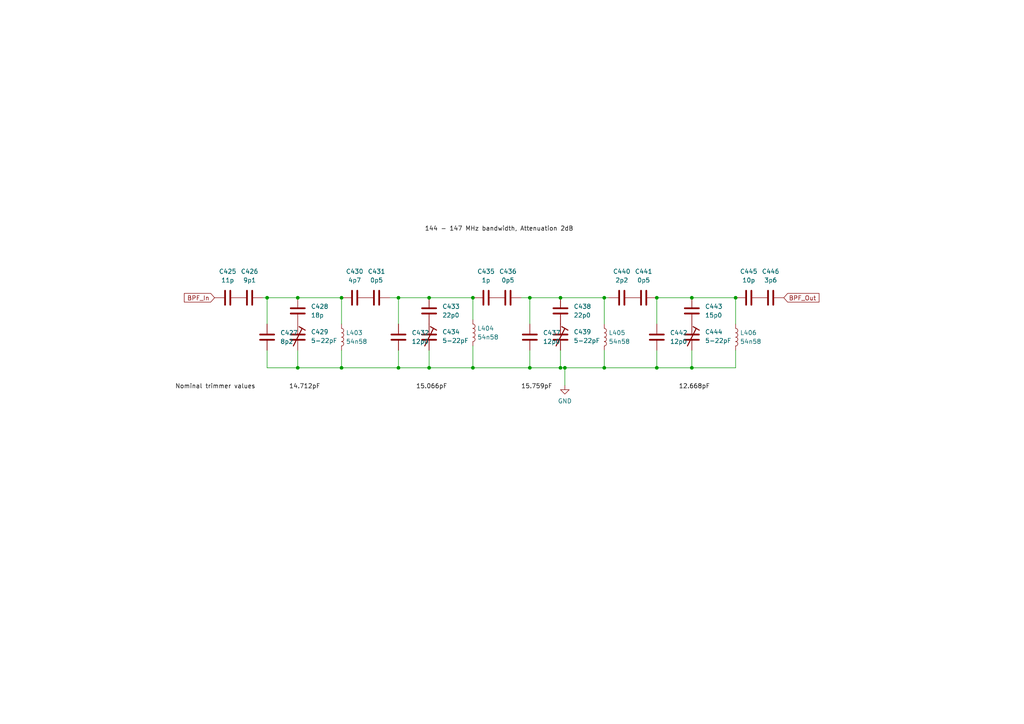
<source format=kicad_sch>
(kicad_sch (version 20211123) (generator eeschema)

  (uuid 01a87e63-4031-4301-a6ed-cbf24ac2c3d6)

  (paper "A4")

  (lib_symbols
    (symbol "Device:C" (pin_numbers hide) (pin_names (offset 0.254)) (in_bom yes) (on_board yes)
      (property "Reference" "C" (id 0) (at 0.635 2.54 0)
        (effects (font (size 1.27 1.27)) (justify left))
      )
      (property "Value" "C" (id 1) (at 0.635 -2.54 0)
        (effects (font (size 1.27 1.27)) (justify left))
      )
      (property "Footprint" "" (id 2) (at 0.9652 -3.81 0)
        (effects (font (size 1.27 1.27)) hide)
      )
      (property "Datasheet" "~" (id 3) (at 0 0 0)
        (effects (font (size 1.27 1.27)) hide)
      )
      (property "ki_keywords" "cap capacitor" (id 4) (at 0 0 0)
        (effects (font (size 1.27 1.27)) hide)
      )
      (property "ki_description" "Unpolarized capacitor" (id 5) (at 0 0 0)
        (effects (font (size 1.27 1.27)) hide)
      )
      (property "ki_fp_filters" "C_*" (id 6) (at 0 0 0)
        (effects (font (size 1.27 1.27)) hide)
      )
      (symbol "C_0_1"
        (polyline
          (pts
            (xy -2.032 -0.762)
            (xy 2.032 -0.762)
          )
          (stroke (width 0.508) (type default) (color 0 0 0 0))
          (fill (type none))
        )
        (polyline
          (pts
            (xy -2.032 0.762)
            (xy 2.032 0.762)
          )
          (stroke (width 0.508) (type default) (color 0 0 0 0))
          (fill (type none))
        )
      )
      (symbol "C_1_1"
        (pin passive line (at 0 3.81 270) (length 2.794)
          (name "~" (effects (font (size 1.27 1.27))))
          (number "1" (effects (font (size 1.27 1.27))))
        )
        (pin passive line (at 0 -3.81 90) (length 2.794)
          (name "~" (effects (font (size 1.27 1.27))))
          (number "2" (effects (font (size 1.27 1.27))))
        )
      )
    )
    (symbol "Device:C_Trim" (pin_numbers hide) (pin_names (offset 0.254) hide) (in_bom yes) (on_board yes)
      (property "Reference" "C" (id 0) (at 1.524 -2.032 0)
        (effects (font (size 1.27 1.27)))
      )
      (property "Value" "C_Trim" (id 1) (at 3.048 -3.556 0)
        (effects (font (size 1.27 1.27)))
      )
      (property "Footprint" "" (id 2) (at 0 0 0)
        (effects (font (size 1.27 1.27)) hide)
      )
      (property "Datasheet" "~" (id 3) (at 0 0 0)
        (effects (font (size 1.27 1.27)) hide)
      )
      (property "ki_keywords" "trimmer variable capacitor" (id 4) (at 0 0 0)
        (effects (font (size 1.27 1.27)) hide)
      )
      (property "ki_description" "Trimmable capacitor" (id 5) (at 0 0 0)
        (effects (font (size 1.27 1.27)) hide)
      )
      (symbol "C_Trim_0_1"
        (polyline
          (pts
            (xy -2.032 -0.762)
            (xy 2.032 -0.762)
          )
          (stroke (width 0.508) (type default) (color 0 0 0 0))
          (fill (type none))
        )
        (polyline
          (pts
            (xy -2.032 0.762)
            (xy 2.032 0.762)
          )
          (stroke (width 0.508) (type default) (color 0 0 0 0))
          (fill (type none))
        )
        (polyline
          (pts
            (xy 1.27 2.54)
            (xy -1.27 -2.54)
          )
          (stroke (width 0.3048) (type default) (color 0 0 0 0))
          (fill (type none))
        )
        (polyline
          (pts
            (xy 1.27 2.54)
            (xy 0.381 3.048)
          )
          (stroke (width 0.3048) (type default) (color 0 0 0 0))
          (fill (type none))
        )
        (polyline
          (pts
            (xy 1.27 2.54)
            (xy 2.159 2.032)
          )
          (stroke (width 0.3048) (type default) (color 0 0 0 0))
          (fill (type none))
        )
      )
      (symbol "C_Trim_1_1"
        (pin passive line (at 0 3.81 270) (length 3.048)
          (name "~" (effects (font (size 1.27 1.27))))
          (number "1" (effects (font (size 1.27 1.27))))
        )
        (pin passive line (at 0 -3.81 90) (length 3.048)
          (name "~" (effects (font (size 1.27 1.27))))
          (number "2" (effects (font (size 1.27 1.27))))
        )
      )
    )
    (symbol "Device:L" (pin_numbers hide) (pin_names (offset 1.016) hide) (in_bom yes) (on_board yes)
      (property "Reference" "L" (id 0) (at -1.27 0 90)
        (effects (font (size 1.27 1.27)))
      )
      (property "Value" "L" (id 1) (at 1.905 0 90)
        (effects (font (size 1.27 1.27)))
      )
      (property "Footprint" "" (id 2) (at 0 0 0)
        (effects (font (size 1.27 1.27)) hide)
      )
      (property "Datasheet" "~" (id 3) (at 0 0 0)
        (effects (font (size 1.27 1.27)) hide)
      )
      (property "ki_keywords" "inductor choke coil reactor magnetic" (id 4) (at 0 0 0)
        (effects (font (size 1.27 1.27)) hide)
      )
      (property "ki_description" "Inductor" (id 5) (at 0 0 0)
        (effects (font (size 1.27 1.27)) hide)
      )
      (property "ki_fp_filters" "Choke_* *Coil* Inductor_* L_*" (id 6) (at 0 0 0)
        (effects (font (size 1.27 1.27)) hide)
      )
      (symbol "L_0_1"
        (arc (start 0 -2.54) (mid 0.635 -1.905) (end 0 -1.27)
          (stroke (width 0) (type default) (color 0 0 0 0))
          (fill (type none))
        )
        (arc (start 0 -1.27) (mid 0.635 -0.635) (end 0 0)
          (stroke (width 0) (type default) (color 0 0 0 0))
          (fill (type none))
        )
        (arc (start 0 0) (mid 0.635 0.635) (end 0 1.27)
          (stroke (width 0) (type default) (color 0 0 0 0))
          (fill (type none))
        )
        (arc (start 0 1.27) (mid 0.635 1.905) (end 0 2.54)
          (stroke (width 0) (type default) (color 0 0 0 0))
          (fill (type none))
        )
      )
      (symbol "L_1_1"
        (pin passive line (at 0 3.81 270) (length 1.27)
          (name "1" (effects (font (size 1.27 1.27))))
          (number "1" (effects (font (size 1.27 1.27))))
        )
        (pin passive line (at 0 -3.81 90) (length 1.27)
          (name "2" (effects (font (size 1.27 1.27))))
          (number "2" (effects (font (size 1.27 1.27))))
        )
      )
    )
    (symbol "power:GND" (power) (pin_names (offset 0)) (in_bom yes) (on_board yes)
      (property "Reference" "#PWR" (id 0) (at 0 -6.35 0)
        (effects (font (size 1.27 1.27)) hide)
      )
      (property "Value" "GND" (id 1) (at 0 -3.81 0)
        (effects (font (size 1.27 1.27)))
      )
      (property "Footprint" "" (id 2) (at 0 0 0)
        (effects (font (size 1.27 1.27)) hide)
      )
      (property "Datasheet" "" (id 3) (at 0 0 0)
        (effects (font (size 1.27 1.27)) hide)
      )
      (property "ki_keywords" "power-flag" (id 4) (at 0 0 0)
        (effects (font (size 1.27 1.27)) hide)
      )
      (property "ki_description" "Power symbol creates a global label with name \"GND\" , ground" (id 5) (at 0 0 0)
        (effects (font (size 1.27 1.27)) hide)
      )
      (symbol "GND_0_1"
        (polyline
          (pts
            (xy 0 0)
            (xy 0 -1.27)
            (xy 1.27 -1.27)
            (xy 0 -2.54)
            (xy -1.27 -1.27)
            (xy 0 -1.27)
          )
          (stroke (width 0) (type default) (color 0 0 0 0))
          (fill (type none))
        )
      )
      (symbol "GND_1_1"
        (pin power_in line (at 0 0 270) (length 0) hide
          (name "GND" (effects (font (size 1.27 1.27))))
          (number "1" (effects (font (size 1.27 1.27))))
        )
      )
    )
  )

  (junction (at 153.67 86.36) (diameter 0) (color 0 0 0 0)
    (uuid 03f3838e-f66d-4b7d-a51d-a45b3733c751)
  )
  (junction (at 115.57 86.36) (diameter 0) (color 0 0 0 0)
    (uuid 09c5b1ba-0e30-4ecb-b41b-1f34f786992f)
  )
  (junction (at 190.5 106.68) (diameter 0) (color 0 0 0 0)
    (uuid 11859d94-43ae-4bf1-b22d-3bd62d153b8d)
  )
  (junction (at 175.26 106.68) (diameter 0) (color 0 0 0 0)
    (uuid 1c84a632-3812-4cc4-9dc6-a99d34009c84)
  )
  (junction (at 153.67 106.68) (diameter 0) (color 0 0 0 0)
    (uuid 1da226c4-ec0c-4fc5-a455-65520b699a1e)
  )
  (junction (at 190.5 86.36) (diameter 0) (color 0 0 0 0)
    (uuid 1f42f4f6-66dc-46bf-b377-bcc81580564b)
  )
  (junction (at 200.66 106.68) (diameter 0) (color 0 0 0 0)
    (uuid 2cb3a319-64ae-4131-a50f-f059622e9ed0)
  )
  (junction (at 163.83 106.68) (diameter 0) (color 0 0 0 0)
    (uuid 30181f45-0f1b-4935-9365-5616d840590a)
  )
  (junction (at 137.16 86.36) (diameter 0) (color 0 0 0 0)
    (uuid 3079ba30-c72e-449e-839f-e566600efcf4)
  )
  (junction (at 86.36 106.68) (diameter 0) (color 0 0 0 0)
    (uuid 38519005-7ca0-44f0-9b26-62584ebdd224)
  )
  (junction (at 115.57 106.68) (diameter 0) (color 0 0 0 0)
    (uuid 43e5a305-4560-43ed-8f52-84cc5b77d2f5)
  )
  (junction (at 99.06 86.36) (diameter 0) (color 0 0 0 0)
    (uuid 7a8b9602-144a-456e-b071-dedeca6630e0)
  )
  (junction (at 99.06 106.68) (diameter 0) (color 0 0 0 0)
    (uuid 7ca3c267-9614-44d3-9e3a-70720a3f7453)
  )
  (junction (at 86.36 86.36) (diameter 0) (color 0 0 0 0)
    (uuid 85ecba52-b957-41e1-94ac-77104c6137ab)
  )
  (junction (at 162.56 86.36) (diameter 0) (color 0 0 0 0)
    (uuid 9aa2d3d4-b119-4d84-a116-c0a6f0b82679)
  )
  (junction (at 200.66 86.36) (diameter 0) (color 0 0 0 0)
    (uuid 9b662d8a-0d18-4d5e-aef8-157b9d125810)
  )
  (junction (at 137.16 106.68) (diameter 0) (color 0 0 0 0)
    (uuid ba42d2d6-895c-44b2-8c3d-341bfc8b747d)
  )
  (junction (at 124.46 106.68) (diameter 0) (color 0 0 0 0)
    (uuid bc13371f-9202-48c8-8e0a-f90c275de40b)
  )
  (junction (at 77.47 86.36) (diameter 0) (color 0 0 0 0)
    (uuid cb9462c2-bd0d-492b-b2dc-8a2dd553db57)
  )
  (junction (at 175.26 86.36) (diameter 0) (color 0 0 0 0)
    (uuid ccdcd5ca-a723-4169-9568-dded1075dd77)
  )
  (junction (at 213.36 86.36) (diameter 0) (color 0 0 0 0)
    (uuid db6af3bf-0a13-458a-b869-18de461e6f04)
  )
  (junction (at 124.46 86.36) (diameter 0) (color 0 0 0 0)
    (uuid e04186d8-3e2d-4508-95b4-5e3cbffab03a)
  )
  (junction (at 162.56 106.68) (diameter 0) (color 0 0 0 0)
    (uuid e29bcc2b-0657-4697-b806-495f070e3f38)
  )

  (wire (pts (xy 162.56 106.68) (xy 163.83 106.68))
    (stroke (width 0) (type default) (color 0 0 0 0))
    (uuid 0497610c-fee2-48d4-a02b-41d344fd08ba)
  )
  (wire (pts (xy 99.06 86.36) (xy 99.06 93.98))
    (stroke (width 0) (type default) (color 0 0 0 0))
    (uuid 057732d3-6422-4459-b365-9eaf9f12da54)
  )
  (wire (pts (xy 113.03 86.36) (xy 115.57 86.36))
    (stroke (width 0) (type default) (color 0 0 0 0))
    (uuid 08a49382-a45c-4941-99ef-0f4a9a5fa0b5)
  )
  (wire (pts (xy 115.57 86.36) (xy 124.46 86.36))
    (stroke (width 0) (type default) (color 0 0 0 0))
    (uuid 094b3596-e992-435e-935a-afd306533286)
  )
  (wire (pts (xy 190.5 86.36) (xy 190.5 93.98))
    (stroke (width 0) (type default) (color 0 0 0 0))
    (uuid 14ded754-7a06-484f-a51c-d5211e7547f6)
  )
  (wire (pts (xy 162.56 86.36) (xy 175.26 86.36))
    (stroke (width 0) (type default) (color 0 0 0 0))
    (uuid 2a26af12-3c0d-4d76-8ef5-f50ed509c2b3)
  )
  (wire (pts (xy 115.57 106.68) (xy 124.46 106.68))
    (stroke (width 0) (type default) (color 0 0 0 0))
    (uuid 2a9776ef-1b6a-43b7-990c-7a0640597aec)
  )
  (wire (pts (xy 190.5 86.36) (xy 200.66 86.36))
    (stroke (width 0) (type default) (color 0 0 0 0))
    (uuid 3820a58e-d85a-4096-aa9f-e94afd7e4bc4)
  )
  (wire (pts (xy 162.56 101.6) (xy 162.56 106.68))
    (stroke (width 0) (type default) (color 0 0 0 0))
    (uuid 392e7ff8-fcbc-4eee-912f-dd009d3d225e)
  )
  (wire (pts (xy 76.2 86.36) (xy 77.47 86.36))
    (stroke (width 0) (type default) (color 0 0 0 0))
    (uuid 395c01ef-25bf-4381-a4aa-39671e8e2524)
  )
  (wire (pts (xy 153.67 86.36) (xy 153.67 93.98))
    (stroke (width 0) (type default) (color 0 0 0 0))
    (uuid 450e2721-6dd8-4fcc-8be9-13c316090a96)
  )
  (wire (pts (xy 86.36 101.6) (xy 86.36 106.68))
    (stroke (width 0) (type default) (color 0 0 0 0))
    (uuid 4664142d-9454-486d-adf4-14b928f7b5cf)
  )
  (wire (pts (xy 77.47 86.36) (xy 77.47 93.98))
    (stroke (width 0) (type default) (color 0 0 0 0))
    (uuid 50d0917b-7627-4d5d-b7b2-f169eeda40a4)
  )
  (wire (pts (xy 213.36 101.6) (xy 213.36 106.68))
    (stroke (width 0) (type default) (color 0 0 0 0))
    (uuid 50dcee10-a6c3-428e-8599-04b39d41d536)
  )
  (wire (pts (xy 77.47 86.36) (xy 86.36 86.36))
    (stroke (width 0) (type default) (color 0 0 0 0))
    (uuid 531d02e7-c21c-4f7d-bd09-19d675a56e41)
  )
  (wire (pts (xy 137.16 106.68) (xy 153.67 106.68))
    (stroke (width 0) (type default) (color 0 0 0 0))
    (uuid 59177c5f-1d4f-463a-aabe-62734771b90a)
  )
  (wire (pts (xy 115.57 101.6) (xy 115.57 106.68))
    (stroke (width 0) (type default) (color 0 0 0 0))
    (uuid 5c21a00b-6467-4d8e-96d6-17bcd5c17ff9)
  )
  (wire (pts (xy 106.68 86.36) (xy 105.41 86.36))
    (stroke (width 0) (type default) (color 0 0 0 0))
    (uuid 5d42d76b-051e-4a8e-9b7f-3fca144f0785)
  )
  (wire (pts (xy 99.06 101.6) (xy 99.06 106.68))
    (stroke (width 0) (type default) (color 0 0 0 0))
    (uuid 5f6ae482-c619-4183-b000-6b1cf8d461de)
  )
  (wire (pts (xy 184.15 86.36) (xy 182.88 86.36))
    (stroke (width 0) (type default) (color 0 0 0 0))
    (uuid 63246167-a898-402f-a832-f4421c51d003)
  )
  (wire (pts (xy 137.16 86.36) (xy 137.16 92.71))
    (stroke (width 0) (type default) (color 0 0 0 0))
    (uuid 703dff7c-a9ce-442c-b0fd-07700c6f19b0)
  )
  (wire (pts (xy 115.57 86.36) (xy 115.57 93.98))
    (stroke (width 0) (type default) (color 0 0 0 0))
    (uuid 708709af-b30e-4016-9fbd-46aa7407b13f)
  )
  (wire (pts (xy 151.13 86.36) (xy 153.67 86.36))
    (stroke (width 0) (type default) (color 0 0 0 0))
    (uuid 7165c031-f726-415d-b9b7-51aae036caa8)
  )
  (wire (pts (xy 163.83 106.68) (xy 163.83 111.76))
    (stroke (width 0) (type default) (color 0 0 0 0))
    (uuid 7fbff905-c6fb-4da7-ae66-3c462d70c51c)
  )
  (wire (pts (xy 175.26 106.68) (xy 190.5 106.68))
    (stroke (width 0) (type default) (color 0 0 0 0))
    (uuid 83946a0c-f1a7-4a9b-9244-59c246ea3dc9)
  )
  (wire (pts (xy 175.26 86.36) (xy 175.26 93.98))
    (stroke (width 0) (type default) (color 0 0 0 0))
    (uuid 8eebf783-2c32-40c3-b86e-176a7213d84a)
  )
  (wire (pts (xy 220.98 86.36) (xy 219.71 86.36))
    (stroke (width 0) (type default) (color 0 0 0 0))
    (uuid 90f1049f-0cf1-4ef6-9ac1-b0990ed29cde)
  )
  (wire (pts (xy 153.67 101.6) (xy 153.67 106.68))
    (stroke (width 0) (type default) (color 0 0 0 0))
    (uuid 9eacb9f0-d4f4-40b6-a1d6-450b598b09cd)
  )
  (wire (pts (xy 200.66 101.6) (xy 200.66 106.68))
    (stroke (width 0) (type default) (color 0 0 0 0))
    (uuid a2f0153d-0e83-4299-b627-015cd081b790)
  )
  (wire (pts (xy 124.46 86.36) (xy 137.16 86.36))
    (stroke (width 0) (type default) (color 0 0 0 0))
    (uuid a63e56dd-4e23-4e99-96b4-aefb0357088f)
  )
  (wire (pts (xy 69.85 86.36) (xy 68.58 86.36))
    (stroke (width 0) (type default) (color 0 0 0 0))
    (uuid a8bf8aff-21b7-4137-afe5-0c5b33f7d253)
  )
  (wire (pts (xy 175.26 106.68) (xy 175.26 101.6))
    (stroke (width 0) (type default) (color 0 0 0 0))
    (uuid abe6bfa7-d893-4cb4-908a-4ca19592c4a0)
  )
  (wire (pts (xy 190.5 101.6) (xy 190.5 106.68))
    (stroke (width 0) (type default) (color 0 0 0 0))
    (uuid ac3eb248-f907-46c0-9bca-68cf7bdbc826)
  )
  (wire (pts (xy 163.83 106.68) (xy 175.26 106.68))
    (stroke (width 0) (type default) (color 0 0 0 0))
    (uuid b52e7c44-e83c-461e-b846-26e0d66099ba)
  )
  (wire (pts (xy 190.5 106.68) (xy 200.66 106.68))
    (stroke (width 0) (type default) (color 0 0 0 0))
    (uuid bcedc47b-b6be-474e-bffe-dd76b8949f81)
  )
  (wire (pts (xy 124.46 106.68) (xy 137.16 106.68))
    (stroke (width 0) (type default) (color 0 0 0 0))
    (uuid c0717cf0-4abd-4708-870e-dac0c22fc414)
  )
  (wire (pts (xy 153.67 106.68) (xy 162.56 106.68))
    (stroke (width 0) (type default) (color 0 0 0 0))
    (uuid c6a237b6-7920-4cab-9a9d-8bb59dc67326)
  )
  (wire (pts (xy 77.47 101.6) (xy 77.47 106.68))
    (stroke (width 0) (type default) (color 0 0 0 0))
    (uuid c8147fce-b105-465a-9d87-2b19483d37f2)
  )
  (wire (pts (xy 144.78 86.36) (xy 143.51 86.36))
    (stroke (width 0) (type default) (color 0 0 0 0))
    (uuid c88c9048-0b08-4075-93d3-ca65c9ab9bec)
  )
  (wire (pts (xy 99.06 106.68) (xy 115.57 106.68))
    (stroke (width 0) (type default) (color 0 0 0 0))
    (uuid cb0bd9b6-bd13-4512-87eb-9650ace6f641)
  )
  (wire (pts (xy 86.36 86.36) (xy 99.06 86.36))
    (stroke (width 0) (type default) (color 0 0 0 0))
    (uuid ce559c0a-2b97-486e-9e6a-40dd3991e649)
  )
  (wire (pts (xy 213.36 86.36) (xy 200.66 86.36))
    (stroke (width 0) (type default) (color 0 0 0 0))
    (uuid d5c3cc26-2a6d-4b3b-a391-d64967ae6e35)
  )
  (wire (pts (xy 200.66 106.68) (xy 213.36 106.68))
    (stroke (width 0) (type default) (color 0 0 0 0))
    (uuid e52ee149-92c4-47bd-8231-79a98774f078)
  )
  (wire (pts (xy 137.16 106.68) (xy 137.16 100.33))
    (stroke (width 0) (type default) (color 0 0 0 0))
    (uuid ebc88a92-ec2f-4c1c-b141-6ee16db975b8)
  )
  (wire (pts (xy 175.26 86.36) (xy 176.53 86.36))
    (stroke (width 0) (type default) (color 0 0 0 0))
    (uuid ed33d70c-b3e7-4503-971d-c2c960030b98)
  )
  (wire (pts (xy 86.36 106.68) (xy 99.06 106.68))
    (stroke (width 0) (type default) (color 0 0 0 0))
    (uuid ef7b7508-8d5f-4692-83bd-204cae48f9e7)
  )
  (wire (pts (xy 213.36 93.98) (xy 213.36 86.36))
    (stroke (width 0) (type default) (color 0 0 0 0))
    (uuid f13854da-5383-430d-b313-12cacd19ce1c)
  )
  (wire (pts (xy 77.47 106.68) (xy 86.36 106.68))
    (stroke (width 0) (type default) (color 0 0 0 0))
    (uuid f521f401-2dcb-4f49-9daa-a954de0d0646)
  )
  (wire (pts (xy 124.46 101.6) (xy 124.46 106.68))
    (stroke (width 0) (type default) (color 0 0 0 0))
    (uuid fde2f22d-e747-478c-8e45-0d891979f89e)
  )
  (wire (pts (xy 153.67 86.36) (xy 162.56 86.36))
    (stroke (width 0) (type default) (color 0 0 0 0))
    (uuid ffa1221f-d1dd-48e5-9718-2ca822c3ad56)
  )

  (label "15.759pF" (at 151.13 113.03 0)
    (effects (font (size 1.27 1.27)) (justify left bottom))
    (uuid 1c2aab80-d956-496e-ba6a-6aebcd1a059c)
  )
  (label "144 - 147 MHz bandwidth, Attenuation 2dB" (at 123.19 67.31 0)
    (effects (font (size 1.27 1.27)) (justify left bottom))
    (uuid 2842392f-7828-4dc2-ad65-abec2e95c740)
  )
  (label "Nominal trimmer values" (at 50.8 113.03 0)
    (effects (font (size 1.27 1.27)) (justify left bottom))
    (uuid 7ba4cb5e-9d82-4f12-a5ea-bf8c400e7b7a)
  )
  (label "15.066pF" (at 120.65 113.03 0)
    (effects (font (size 1.27 1.27)) (justify left bottom))
    (uuid be8d1c03-428d-4c2c-9a78-346e3582c6c1)
  )
  (label "14.712pF" (at 83.82 113.03 0)
    (effects (font (size 1.27 1.27)) (justify left bottom))
    (uuid e4db92fc-5d44-452d-83ac-c920ba2dd2f9)
  )
  (label "12.668pF" (at 196.85 113.03 0)
    (effects (font (size 1.27 1.27)) (justify left bottom))
    (uuid f27de52f-299d-4059-901d-97ed41eff59b)
  )

  (global_label "BPF_Out" (shape input) (at 227.33 86.36 0) (fields_autoplaced)
    (effects (font (size 1.27 1.27)) (justify left))
    (uuid 13b3348f-44fb-4c8e-b15e-ed3db061ea7b)
    (property "Intersheet References" "${INTERSHEET_REFS}" (id 0) (at 237.5445 86.2806 0)
      (effects (font (size 1.27 1.27)) (justify left))
    )
  )
  (global_label "BPF_In" (shape input) (at 62.23 86.36 180) (fields_autoplaced)
    (effects (font (size 1.27 1.27)) (justify right))
    (uuid 3c220fac-e1b0-4ac0-b36c-10d0ee7a6291)
    (property "Intersheet References" "${INTERSHEET_REFS}" (id 0) (at 53.4669 86.2806 0)
      (effects (font (size 1.27 1.27)) (justify right))
    )
  )

  (symbol (lib_id "Device:C") (at 77.47 97.79 0) (unit 1)
    (in_bom yes) (on_board yes) (fields_autoplaced)
    (uuid 01215928-1489-4817-b6fd-6466a275b244)
    (property "Reference" "C427" (id 0) (at 81.28 96.5199 0)
      (effects (font (size 1.27 1.27)) (justify left))
    )
    (property "Value" "8p2" (id 1) (at 81.28 99.0599 0)
      (effects (font (size 1.27 1.27)) (justify left))
    )
    (property "Footprint" "Capacitor_SMD:C_0603_1608Metric_Pad1.08x0.95mm_HandSolder" (id 2) (at 78.4352 101.6 0)
      (effects (font (size 1.27 1.27)) hide)
    )
    (property "Datasheet" "~" (id 3) (at 77.47 97.79 0)
      (effects (font (size 1.27 1.27)) hide)
    )
    (pin "1" (uuid 7b56d1bc-2454-4ff1-928e-67972a0eb68d))
    (pin "2" (uuid e45c0561-7a92-4e34-8894-418b78bd3d84))
  )

  (symbol (lib_id "Device:C") (at 180.34 86.36 270) (unit 1)
    (in_bom yes) (on_board yes) (fields_autoplaced)
    (uuid 093f78a2-ca9f-4fd5-8d62-3d10b5b738ff)
    (property "Reference" "C440" (id 0) (at 180.34 78.74 90))
    (property "Value" "2p2" (id 1) (at 180.34 81.28 90))
    (property "Footprint" "Capacitor_SMD:C_0603_1608Metric_Pad1.08x0.95mm_HandSolder" (id 2) (at 176.53 87.3252 0)
      (effects (font (size 1.27 1.27)) hide)
    )
    (property "Datasheet" "~" (id 3) (at 180.34 86.36 0)
      (effects (font (size 1.27 1.27)) hide)
    )
    (pin "1" (uuid 9d108523-5c8e-4969-a5b7-ab22a1479c56))
    (pin "2" (uuid 7f213b4d-54f0-4ae9-af86-977368ebde13))
  )

  (symbol (lib_id "power:GND") (at 163.83 111.76 0) (unit 1)
    (in_bom yes) (on_board yes) (fields_autoplaced)
    (uuid 1f10bb70-1834-4183-b3fb-0196c9abb9a8)
    (property "Reference" "#PWR0423" (id 0) (at 163.83 118.11 0)
      (effects (font (size 1.27 1.27)) hide)
    )
    (property "Value" "GND" (id 1) (at 163.83 116.3225 0))
    (property "Footprint" "" (id 2) (at 163.83 111.76 0)
      (effects (font (size 1.27 1.27)) hide)
    )
    (property "Datasheet" "" (id 3) (at 163.83 111.76 0)
      (effects (font (size 1.27 1.27)) hide)
    )
    (pin "1" (uuid ea1ebd8d-dd2a-4568-abf8-7a6a545d008b))
  )

  (symbol (lib_id "Device:C") (at 102.87 86.36 270) (unit 1)
    (in_bom yes) (on_board yes) (fields_autoplaced)
    (uuid 209b1cce-f375-4d0b-ab4d-ee4f3552f01f)
    (property "Reference" "C430" (id 0) (at 102.87 78.74 90))
    (property "Value" "4p7" (id 1) (at 102.87 81.28 90))
    (property "Footprint" "Capacitor_SMD:C_0603_1608Metric_Pad1.08x0.95mm_HandSolder" (id 2) (at 99.06 87.3252 0)
      (effects (font (size 1.27 1.27)) hide)
    )
    (property "Datasheet" "~" (id 3) (at 102.87 86.36 0)
      (effects (font (size 1.27 1.27)) hide)
    )
    (pin "1" (uuid 8d85e7a0-287e-432b-99d5-6c135fdd1a33))
    (pin "2" (uuid c4d41292-01cd-4538-82d1-a1e40e36ec9d))
  )

  (symbol (lib_id "Device:L") (at 137.16 96.52 0) (unit 1)
    (in_bom yes) (on_board yes) (fields_autoplaced)
    (uuid 277a1bed-4574-4f8d-975e-06f469a0e2aa)
    (property "Reference" "L404" (id 0) (at 138.43 95.2499 0)
      (effects (font (size 1.27 1.27)) (justify left))
    )
    (property "Value" "54n58" (id 1) (at 138.43 97.7899 0)
      (effects (font (size 1.27 1.27)) (justify left))
    )
    (property "Footprint" "G4CDF:Pipe22" (id 2) (at 137.16 96.52 0)
      (effects (font (size 1.27 1.27)) hide)
    )
    (property "Datasheet" "~" (id 3) (at 137.16 96.52 0)
      (effects (font (size 1.27 1.27)) hide)
    )
    (pin "1" (uuid e7d5eb5b-f245-42d4-b35b-2f327c799cbe))
    (pin "2" (uuid 80a2bd8e-5260-431a-ab11-4106483bc667))
  )

  (symbol (lib_id "Device:C") (at 115.57 97.79 0) (unit 1)
    (in_bom yes) (on_board yes) (fields_autoplaced)
    (uuid 397da05d-f62f-4a6f-a7e2-b60ed3032215)
    (property "Reference" "C432" (id 0) (at 119.38 96.5199 0)
      (effects (font (size 1.27 1.27)) (justify left))
    )
    (property "Value" "12p0" (id 1) (at 119.38 99.0599 0)
      (effects (font (size 1.27 1.27)) (justify left))
    )
    (property "Footprint" "Capacitor_SMD:C_0603_1608Metric_Pad1.08x0.95mm_HandSolder" (id 2) (at 116.5352 101.6 0)
      (effects (font (size 1.27 1.27)) hide)
    )
    (property "Datasheet" "~" (id 3) (at 115.57 97.79 0)
      (effects (font (size 1.27 1.27)) hide)
    )
    (pin "1" (uuid eeb972fd-4894-42b3-ac5e-e9d55d73cf62))
    (pin "2" (uuid 86fb91fa-6034-4ec5-a6ab-d07f0469edf7))
  )

  (symbol (lib_id "Device:C_Trim") (at 86.36 97.79 0) (unit 1)
    (in_bom yes) (on_board yes) (fields_autoplaced)
    (uuid 567a7c71-2bbd-461d-b0f2-7b3074a976dd)
    (property "Reference" "C429" (id 0) (at 90.17 96.2659 0)
      (effects (font (size 1.27 1.27)) (justify left))
    )
    (property "Value" "5-22pF" (id 1) (at 90.17 98.8059 0)
      (effects (font (size 1.27 1.27)) (justify left))
    )
    (property "Footprint" "G4CDF:TrimCap" (id 2) (at 86.36 97.79 0)
      (effects (font (size 1.27 1.27)) hide)
    )
    (property "Datasheet" "~" (id 3) (at 86.36 97.79 0)
      (effects (font (size 1.27 1.27)) hide)
    )
    (pin "1" (uuid c2c6b86b-0f50-43c8-a39a-20dfe9eae51e))
    (pin "2" (uuid d1cc62ac-8e21-4fc4-82bd-6e194e02a3ce))
  )

  (symbol (lib_id "Device:C") (at 200.66 90.17 0) (unit 1)
    (in_bom yes) (on_board yes) (fields_autoplaced)
    (uuid 782c7fc6-5707-4b81-a07c-1442564a3b58)
    (property "Reference" "C443" (id 0) (at 204.47 88.8999 0)
      (effects (font (size 1.27 1.27)) (justify left))
    )
    (property "Value" "15p0" (id 1) (at 204.47 91.4399 0)
      (effects (font (size 1.27 1.27)) (justify left))
    )
    (property "Footprint" "Capacitor_SMD:C_0603_1608Metric_Pad1.08x0.95mm_HandSolder" (id 2) (at 201.6252 93.98 0)
      (effects (font (size 1.27 1.27)) hide)
    )
    (property "Datasheet" "~" (id 3) (at 200.66 90.17 0)
      (effects (font (size 1.27 1.27)) hide)
    )
    (pin "1" (uuid f9ba4340-ce49-441a-9bec-436d04a092ee))
    (pin "2" (uuid a04755f9-3a8c-40d6-92f3-4db12c149128))
  )

  (symbol (lib_id "Device:C") (at 147.32 86.36 270) (unit 1)
    (in_bom yes) (on_board yes) (fields_autoplaced)
    (uuid 8738f7fa-2b33-468a-ab9b-bb3214cfb17a)
    (property "Reference" "C436" (id 0) (at 147.32 78.74 90))
    (property "Value" "0p5" (id 1) (at 147.32 81.28 90))
    (property "Footprint" "Capacitor_SMD:C_0603_1608Metric_Pad1.08x0.95mm_HandSolder" (id 2) (at 143.51 87.3252 0)
      (effects (font (size 1.27 1.27)) hide)
    )
    (property "Datasheet" "~" (id 3) (at 147.32 86.36 0)
      (effects (font (size 1.27 1.27)) hide)
    )
    (pin "1" (uuid a76d93c6-a8f6-4211-a087-425f27cf62f5))
    (pin "2" (uuid a34b084b-386c-49c3-9880-393094743a96))
  )

  (symbol (lib_id "Device:L") (at 175.26 97.79 0) (unit 1)
    (in_bom yes) (on_board yes) (fields_autoplaced)
    (uuid 8ee9e442-1017-4076-8cc4-f24bdb4f0096)
    (property "Reference" "L405" (id 0) (at 176.53 96.5199 0)
      (effects (font (size 1.27 1.27)) (justify left))
    )
    (property "Value" "54n58" (id 1) (at 176.53 99.0599 0)
      (effects (font (size 1.27 1.27)) (justify left))
    )
    (property "Footprint" "G4CDF:Pipe22" (id 2) (at 175.26 97.79 0)
      (effects (font (size 1.27 1.27)) hide)
    )
    (property "Datasheet" "~" (id 3) (at 175.26 97.79 0)
      (effects (font (size 1.27 1.27)) hide)
    )
    (pin "1" (uuid ce63bba4-4792-49bb-991f-eed6095c7f6a))
    (pin "2" (uuid d355c009-79c5-40ed-97e3-addc80750fe1))
  )

  (symbol (lib_id "Device:C_Trim") (at 124.46 97.79 0) (unit 1)
    (in_bom yes) (on_board yes) (fields_autoplaced)
    (uuid 90b14394-39d3-4b11-b286-b1d958d02c32)
    (property "Reference" "C434" (id 0) (at 128.27 96.2659 0)
      (effects (font (size 1.27 1.27)) (justify left))
    )
    (property "Value" "5-22pF" (id 1) (at 128.27 98.8059 0)
      (effects (font (size 1.27 1.27)) (justify left))
    )
    (property "Footprint" "G4CDF:TrimCap" (id 2) (at 124.46 97.79 0)
      (effects (font (size 1.27 1.27)) hide)
    )
    (property "Datasheet" "~" (id 3) (at 124.46 97.79 0)
      (effects (font (size 1.27 1.27)) hide)
    )
    (pin "1" (uuid 80ec2f9f-7346-4bca-affd-05bf15c30349))
    (pin "2" (uuid 03bcfe50-190d-4e13-8e27-d2edd026603c))
  )

  (symbol (lib_id "Device:C") (at 162.56 90.17 0) (unit 1)
    (in_bom yes) (on_board yes) (fields_autoplaced)
    (uuid 9565abf9-3708-4e5a-8824-7156ca87785d)
    (property "Reference" "C438" (id 0) (at 166.37 88.8999 0)
      (effects (font (size 1.27 1.27)) (justify left))
    )
    (property "Value" "22p0" (id 1) (at 166.37 91.4399 0)
      (effects (font (size 1.27 1.27)) (justify left))
    )
    (property "Footprint" "Capacitor_SMD:C_0603_1608Metric_Pad1.08x0.95mm_HandSolder" (id 2) (at 163.5252 93.98 0)
      (effects (font (size 1.27 1.27)) hide)
    )
    (property "Datasheet" "~" (id 3) (at 162.56 90.17 0)
      (effects (font (size 1.27 1.27)) hide)
    )
    (pin "1" (uuid 0e703fdd-976b-4fc9-a65c-153616d9f262))
    (pin "2" (uuid 10a3b135-88e7-48e4-91bd-4b57fa8f846c))
  )

  (symbol (lib_id "Device:C") (at 223.52 86.36 270) (unit 1)
    (in_bom yes) (on_board yes) (fields_autoplaced)
    (uuid 9578d879-369c-4db5-b48c-322ba990182b)
    (property "Reference" "C446" (id 0) (at 223.52 78.74 90))
    (property "Value" "3p6" (id 1) (at 223.52 81.28 90))
    (property "Footprint" "Capacitor_SMD:C_0603_1608Metric_Pad1.08x0.95mm_HandSolder" (id 2) (at 219.71 87.3252 0)
      (effects (font (size 1.27 1.27)) hide)
    )
    (property "Datasheet" "~" (id 3) (at 223.52 86.36 0)
      (effects (font (size 1.27 1.27)) hide)
    )
    (pin "1" (uuid d4f385b0-d35e-4bb6-b330-6be94b724496))
    (pin "2" (uuid 194b82b3-bd3a-4f40-b606-259ff1bf6708))
  )

  (symbol (lib_id "Device:C") (at 66.04 86.36 270) (unit 1)
    (in_bom yes) (on_board yes) (fields_autoplaced)
    (uuid a0499ff8-f595-4444-91e9-76b38d7eaa6d)
    (property "Reference" "C425" (id 0) (at 66.04 78.74 90))
    (property "Value" "11p" (id 1) (at 66.04 81.28 90))
    (property "Footprint" "Capacitor_SMD:C_0603_1608Metric_Pad1.08x0.95mm_HandSolder" (id 2) (at 62.23 87.3252 0)
      (effects (font (size 1.27 1.27)) hide)
    )
    (property "Datasheet" "~" (id 3) (at 66.04 86.36 0)
      (effects (font (size 1.27 1.27)) hide)
    )
    (pin "1" (uuid dd0c4240-d9cd-40de-b71a-c71c2a3a8454))
    (pin "2" (uuid b4ff5a3c-cf62-4daf-b0af-104cda1f2510))
  )

  (symbol (lib_id "Device:L") (at 213.36 97.79 0) (unit 1)
    (in_bom yes) (on_board yes) (fields_autoplaced)
    (uuid af5a32b5-019b-411c-a7d0-903fcfbc1970)
    (property "Reference" "L406" (id 0) (at 214.63 96.5199 0)
      (effects (font (size 1.27 1.27)) (justify left))
    )
    (property "Value" "54n58" (id 1) (at 214.63 99.0599 0)
      (effects (font (size 1.27 1.27)) (justify left))
    )
    (property "Footprint" "G4CDF:Pipe22" (id 2) (at 213.36 97.79 0)
      (effects (font (size 1.27 1.27)) hide)
    )
    (property "Datasheet" "~" (id 3) (at 213.36 97.79 0)
      (effects (font (size 1.27 1.27)) hide)
    )
    (pin "1" (uuid a032822e-b241-4cab-8510-ea4d6efa1a78))
    (pin "2" (uuid 3a644c00-6814-409b-8f3f-71c07e2ac438))
  )

  (symbol (lib_id "Device:C_Trim") (at 200.66 97.79 0) (unit 1)
    (in_bom yes) (on_board yes) (fields_autoplaced)
    (uuid af9bbab3-7ca4-4540-906d-3ce6cbd835ff)
    (property "Reference" "C444" (id 0) (at 204.47 96.2659 0)
      (effects (font (size 1.27 1.27)) (justify left))
    )
    (property "Value" "5-22pF" (id 1) (at 204.47 98.8059 0)
      (effects (font (size 1.27 1.27)) (justify left))
    )
    (property "Footprint" "G4CDF:TrimCap" (id 2) (at 200.66 97.79 0)
      (effects (font (size 1.27 1.27)) hide)
    )
    (property "Datasheet" "~" (id 3) (at 200.66 97.79 0)
      (effects (font (size 1.27 1.27)) hide)
    )
    (pin "1" (uuid d94dd22d-fe65-4aaf-9174-99dfe8b1a23a))
    (pin "2" (uuid c5a297b4-efc4-4a8b-b104-9c048d5fe73f))
  )

  (symbol (lib_id "Device:C_Trim") (at 162.56 97.79 0) (unit 1)
    (in_bom yes) (on_board yes) (fields_autoplaced)
    (uuid c2c3df23-deb2-4311-b364-62fea4434a49)
    (property "Reference" "C439" (id 0) (at 166.37 96.2659 0)
      (effects (font (size 1.27 1.27)) (justify left))
    )
    (property "Value" "5-22pF" (id 1) (at 166.37 98.8059 0)
      (effects (font (size 1.27 1.27)) (justify left))
    )
    (property "Footprint" "G4CDF:TrimCap" (id 2) (at 162.56 97.79 0)
      (effects (font (size 1.27 1.27)) hide)
    )
    (property "Datasheet" "~" (id 3) (at 162.56 97.79 0)
      (effects (font (size 1.27 1.27)) hide)
    )
    (pin "1" (uuid 52bc8fdd-79f5-4793-88f7-83a9478724d6))
    (pin "2" (uuid e827c1eb-c4ef-4740-9b92-b9c63d3a99bf))
  )

  (symbol (lib_id "Device:C") (at 140.97 86.36 270) (unit 1)
    (in_bom yes) (on_board yes) (fields_autoplaced)
    (uuid c6757fd7-aacb-42f3-a5fe-e4873a1ad8fc)
    (property "Reference" "C435" (id 0) (at 140.97 78.74 90))
    (property "Value" "1p" (id 1) (at 140.97 81.28 90))
    (property "Footprint" "Capacitor_SMD:C_0603_1608Metric_Pad1.08x0.95mm_HandSolder" (id 2) (at 137.16 87.3252 0)
      (effects (font (size 1.27 1.27)) hide)
    )
    (property "Datasheet" "~" (id 3) (at 140.97 86.36 0)
      (effects (font (size 1.27 1.27)) hide)
    )
    (pin "1" (uuid 9e44c9b7-f6cb-437a-b6b0-ca2ee4d1eeff))
    (pin "2" (uuid 5e2d6902-1c25-4ff2-9969-4da6577016f0))
  )

  (symbol (lib_id "Device:L") (at 99.06 97.79 0) (unit 1)
    (in_bom yes) (on_board yes) (fields_autoplaced)
    (uuid cdf8cd44-779d-450d-91a8-35bc6b4ed616)
    (property "Reference" "L403" (id 0) (at 100.33 96.5199 0)
      (effects (font (size 1.27 1.27)) (justify left))
    )
    (property "Value" "54n58" (id 1) (at 100.33 99.0599 0)
      (effects (font (size 1.27 1.27)) (justify left))
    )
    (property "Footprint" "G4CDF:Pipe22" (id 2) (at 99.06 97.79 0)
      (effects (font (size 1.27 1.27)) hide)
    )
    (property "Datasheet" "~" (id 3) (at 99.06 97.79 0)
      (effects (font (size 1.27 1.27)) hide)
    )
    (pin "1" (uuid 6dbe7ac1-f396-4904-b48d-63eb8ee55886))
    (pin "2" (uuid 62b1203a-1753-44a2-95e3-32d1a1170bfe))
  )

  (symbol (lib_id "Device:C") (at 186.69 86.36 270) (unit 1)
    (in_bom yes) (on_board yes) (fields_autoplaced)
    (uuid ce538d0f-80ac-406a-8aba-c6ff1b8f01a7)
    (property "Reference" "C441" (id 0) (at 186.69 78.74 90))
    (property "Value" "0p5" (id 1) (at 186.69 81.28 90))
    (property "Footprint" "Capacitor_SMD:C_0603_1608Metric_Pad1.08x0.95mm_HandSolder" (id 2) (at 182.88 87.3252 0)
      (effects (font (size 1.27 1.27)) hide)
    )
    (property "Datasheet" "~" (id 3) (at 186.69 86.36 0)
      (effects (font (size 1.27 1.27)) hide)
    )
    (pin "1" (uuid 93f4f375-be71-4464-b895-329836218682))
    (pin "2" (uuid 3c18e2b5-c6db-4074-aebd-74970a084195))
  )

  (symbol (lib_id "Device:C") (at 86.36 90.17 0) (unit 1)
    (in_bom yes) (on_board yes) (fields_autoplaced)
    (uuid d41a7d23-cf64-4b15-84d9-b9ca5e9fdde7)
    (property "Reference" "C428" (id 0) (at 90.17 88.8999 0)
      (effects (font (size 1.27 1.27)) (justify left))
    )
    (property "Value" "18p" (id 1) (at 90.17 91.4399 0)
      (effects (font (size 1.27 1.27)) (justify left))
    )
    (property "Footprint" "Capacitor_SMD:C_0603_1608Metric_Pad1.08x0.95mm_HandSolder" (id 2) (at 87.3252 93.98 0)
      (effects (font (size 1.27 1.27)) hide)
    )
    (property "Datasheet" "~" (id 3) (at 86.36 90.17 0)
      (effects (font (size 1.27 1.27)) hide)
    )
    (pin "1" (uuid 48ee7326-5338-4442-8832-e53baf5a2215))
    (pin "2" (uuid c5b72c07-8740-4a33-94e6-2934e5bebcd0))
  )

  (symbol (lib_id "Device:C") (at 109.22 86.36 270) (unit 1)
    (in_bom yes) (on_board yes) (fields_autoplaced)
    (uuid da80bdde-3a3d-4056-8749-aacf20316e49)
    (property "Reference" "C431" (id 0) (at 109.22 78.74 90))
    (property "Value" "0p5" (id 1) (at 109.22 81.28 90))
    (property "Footprint" "Capacitor_SMD:C_0603_1608Metric_Pad1.08x0.95mm_HandSolder" (id 2) (at 105.41 87.3252 0)
      (effects (font (size 1.27 1.27)) hide)
    )
    (property "Datasheet" "~" (id 3) (at 109.22 86.36 0)
      (effects (font (size 1.27 1.27)) hide)
    )
    (pin "1" (uuid 18d7eae1-792b-43ae-b0d7-2c2707d8618e))
    (pin "2" (uuid 5b83e179-494f-4415-be8c-0889257e6985))
  )

  (symbol (lib_id "Device:C") (at 72.39 86.36 270) (unit 1)
    (in_bom yes) (on_board yes) (fields_autoplaced)
    (uuid e4edc870-6e07-4e08-8504-e12139bfeeca)
    (property "Reference" "C426" (id 0) (at 72.39 78.74 90))
    (property "Value" "9p1" (id 1) (at 72.39 81.28 90))
    (property "Footprint" "Capacitor_SMD:C_0603_1608Metric_Pad1.08x0.95mm_HandSolder" (id 2) (at 68.58 87.3252 0)
      (effects (font (size 1.27 1.27)) hide)
    )
    (property "Datasheet" "~" (id 3) (at 72.39 86.36 0)
      (effects (font (size 1.27 1.27)) hide)
    )
    (pin "1" (uuid d90406d6-310f-4bd0-b0f7-3feb7fe7452c))
    (pin "2" (uuid 9f42559c-a3c2-4cd9-b1b3-b5bdc881a9b1))
  )

  (symbol (lib_id "Device:C") (at 190.5 97.79 0) (unit 1)
    (in_bom yes) (on_board yes) (fields_autoplaced)
    (uuid f23a0846-690e-46b5-ab26-78ed2e18f4b9)
    (property "Reference" "C442" (id 0) (at 194.31 96.5199 0)
      (effects (font (size 1.27 1.27)) (justify left))
    )
    (property "Value" "12p0" (id 1) (at 194.31 99.0599 0)
      (effects (font (size 1.27 1.27)) (justify left))
    )
    (property "Footprint" "Capacitor_SMD:C_0603_1608Metric_Pad1.08x0.95mm_HandSolder" (id 2) (at 191.4652 101.6 0)
      (effects (font (size 1.27 1.27)) hide)
    )
    (property "Datasheet" "~" (id 3) (at 190.5 97.79 0)
      (effects (font (size 1.27 1.27)) hide)
    )
    (pin "1" (uuid 9b80c7f7-e434-4b88-9069-d8a7ea2c8299))
    (pin "2" (uuid fe753f47-722e-4309-b1d6-e8bc94247cb4))
  )

  (symbol (lib_id "Device:C") (at 217.17 86.36 270) (unit 1)
    (in_bom yes) (on_board yes) (fields_autoplaced)
    (uuid f27f9d46-8a4c-45a9-9fd4-830ac0ccce60)
    (property "Reference" "C445" (id 0) (at 217.17 78.74 90))
    (property "Value" "10p" (id 1) (at 217.17 81.28 90))
    (property "Footprint" "Capacitor_SMD:C_0603_1608Metric_Pad1.08x0.95mm_HandSolder" (id 2) (at 213.36 87.3252 0)
      (effects (font (size 1.27 1.27)) hide)
    )
    (property "Datasheet" "~" (id 3) (at 217.17 86.36 0)
      (effects (font (size 1.27 1.27)) hide)
    )
    (pin "1" (uuid 8209e34d-c748-43c1-9686-7a5a4459d88d))
    (pin "2" (uuid 42ad3914-b5f2-442a-b4be-a68250126d06))
  )

  (symbol (lib_id "Device:C") (at 124.46 90.17 0) (unit 1)
    (in_bom yes) (on_board yes) (fields_autoplaced)
    (uuid fcf378c0-b6dd-47d3-9b91-854fb3ccb1ec)
    (property "Reference" "C433" (id 0) (at 128.27 88.8999 0)
      (effects (font (size 1.27 1.27)) (justify left))
    )
    (property "Value" "22p0" (id 1) (at 128.27 91.4399 0)
      (effects (font (size 1.27 1.27)) (justify left))
    )
    (property "Footprint" "Capacitor_SMD:C_0603_1608Metric_Pad1.08x0.95mm_HandSolder" (id 2) (at 125.4252 93.98 0)
      (effects (font (size 1.27 1.27)) hide)
    )
    (property "Datasheet" "~" (id 3) (at 124.46 90.17 0)
      (effects (font (size 1.27 1.27)) hide)
    )
    (pin "1" (uuid 8c2078e0-e885-4c27-9e2d-e3a901ee2646))
    (pin "2" (uuid 740a1b5c-030a-4661-8b4d-f2767ef53e0f))
  )

  (symbol (lib_id "Device:C") (at 153.67 97.79 0) (unit 1)
    (in_bom yes) (on_board yes) (fields_autoplaced)
    (uuid fe1b326c-3f79-4b2a-b09f-32da6e82bddf)
    (property "Reference" "C437" (id 0) (at 157.48 96.5199 0)
      (effects (font (size 1.27 1.27)) (justify left))
    )
    (property "Value" "12p0" (id 1) (at 157.48 99.0599 0)
      (effects (font (size 1.27 1.27)) (justify left))
    )
    (property "Footprint" "Capacitor_SMD:C_0603_1608Metric_Pad1.08x0.95mm_HandSolder" (id 2) (at 154.6352 101.6 0)
      (effects (font (size 1.27 1.27)) hide)
    )
    (property "Datasheet" "~" (id 3) (at 153.67 97.79 0)
      (effects (font (size 1.27 1.27)) hide)
    )
    (pin "1" (uuid 48594162-befc-427e-906a-e1b38282e3a1))
    (pin "2" (uuid 40bb1208-0574-4b9c-8a7f-a1fbec81c789))
  )
)

</source>
